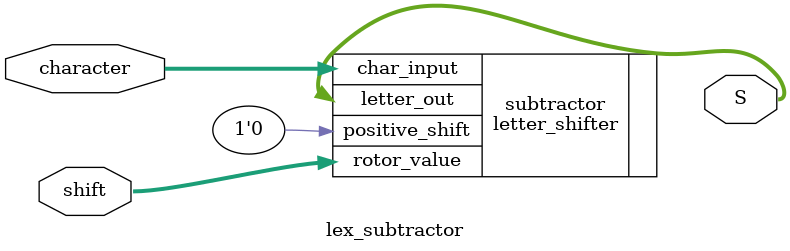
<source format=v>
`timescale 1ns / 1ns

/*
  Lexicographically subtracts the input `character` by `shift` characters.
  `character` is assumed to be an uppercase character letter following the ASIC--
  notepad conventions
 */
module lex_subtractor(
  output [7:0] S,
  input [7:0] character,
  input [7:0] shift
  );

  localparam FALSE = 1'b0;

  letter_shifter subtractor(
      .letter_out(S),
      .positive_shift(FALSE),
      .char_input(character),
      .rotor_value(shift)     // the shift value
  );

endmodule

</source>
